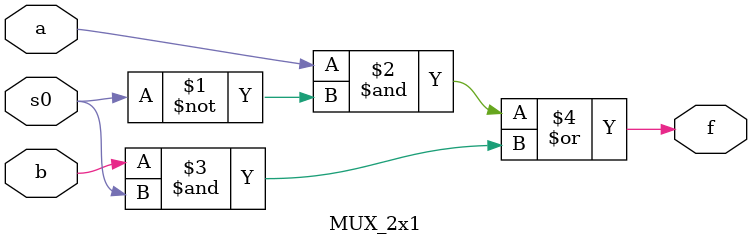
<source format=v>

`timescale 1ps / 1ps


module MUX_2x1 (a, b, s0, f);
	
	input a, b, s0;
	output f;
	
	assign f = a & ~s0 | b & s0;

endmodule

</source>
